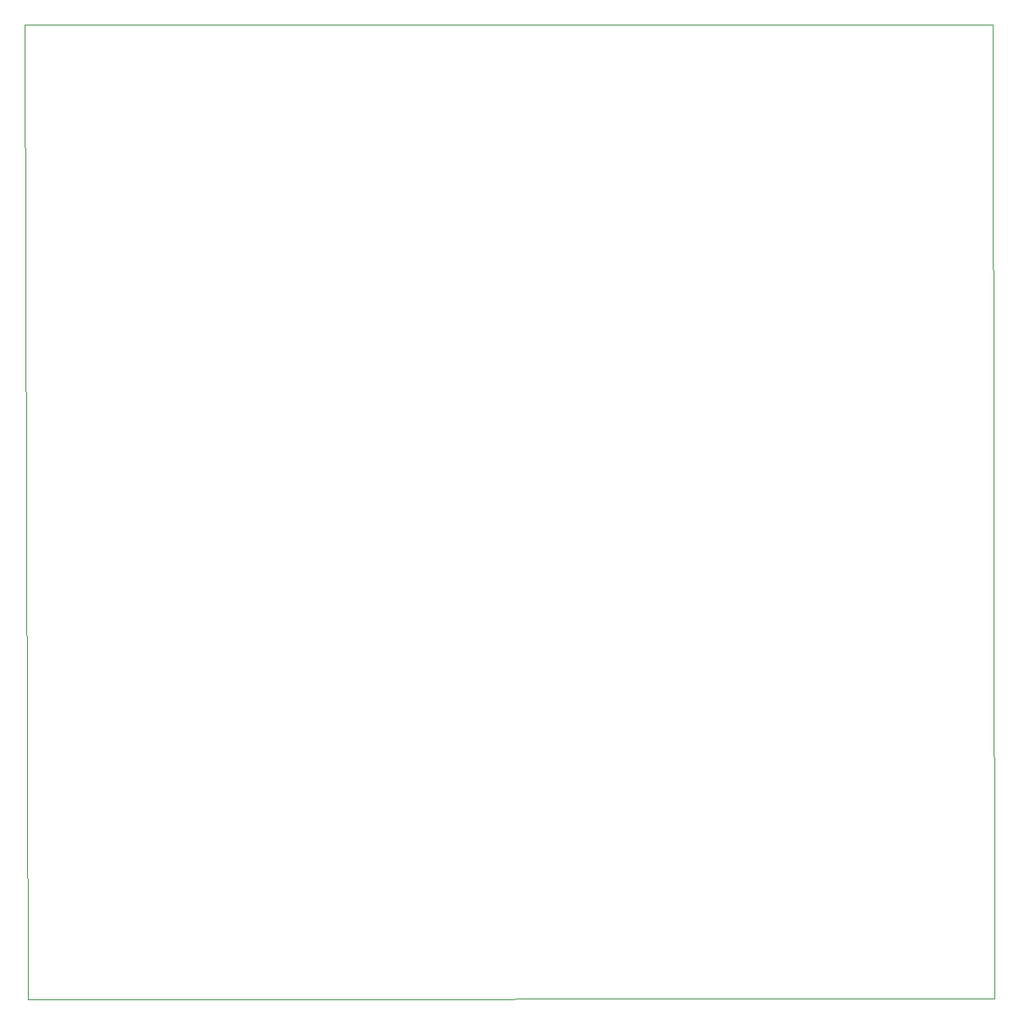
<source format=gm1>
G04 #@! TF.GenerationSoftware,KiCad,Pcbnew,(5.1.5-0)*
G04 #@! TF.CreationDate,2020-04-27T00:03:54-07:00*
G04 #@! TF.ProjectId,SDR Reciever,53445220-5265-4636-9965-7665722e6b69,rev?*
G04 #@! TF.SameCoordinates,Original*
G04 #@! TF.FileFunction,Profile,NP*
%FSLAX46Y46*%
G04 Gerber Fmt 4.6, Leading zero omitted, Abs format (unit mm)*
G04 Created by KiCad (PCBNEW (5.1.5-0)) date 2020-04-27 00:03:54*
%MOMM*%
%LPD*%
G04 APERTURE LIST*
%ADD10C,0.100000*%
G04 APERTURE END LIST*
D10*
X188417200Y-35560000D02*
X188569600Y-135991600D01*
X88493600Y-35560000D02*
X188417200Y-35560000D01*
X88798400Y-136042400D02*
X88493600Y-35560000D01*
X188569600Y-135991600D02*
X88798400Y-136042400D01*
M02*

</source>
